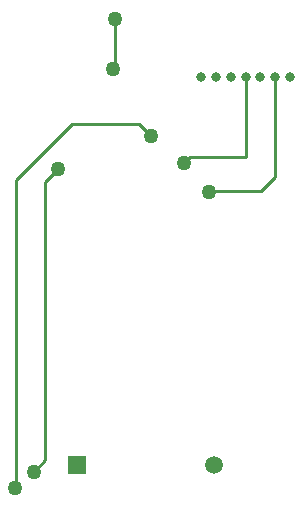
<source format=gbl>
G04 Layer_Physical_Order=2*
G04 Layer_Color=16711680*
%FSLAX25Y25*%
%MOIN*%
G70*
G01*
G75*
%ADD17C,0.01000*%
%ADD18R,0.05905X0.05905*%
%ADD19C,0.05905*%
%ADD20C,0.03150*%
%ADD21C,0.05000*%
D17*
X88800Y159400D02*
X89600Y160200D01*
Y176000D01*
X62400Y25200D02*
X66200Y29000D01*
X56400Y20000D02*
Y122400D01*
X56000Y19600D02*
X56400Y20000D01*
Y122400D02*
X75110Y141110D01*
X97520D01*
X66200Y121620D02*
X70480Y125900D01*
X66200Y29000D02*
Y121620D01*
X132953Y129921D02*
Y156858D01*
X97520Y141110D02*
X101575Y137055D01*
X114321Y129921D02*
X132953D01*
X112400Y128000D02*
X114321Y129921D01*
X138142Y118740D02*
X142753Y123351D01*
Y156858D01*
X121340Y118740D02*
X138142D01*
X120900Y118300D02*
X121340Y118740D01*
D18*
X76667Y27300D02*
D03*
D19*
X122533D02*
D03*
D20*
X147653Y156858D02*
D03*
X123153D02*
D03*
X128053D02*
D03*
X132953D02*
D03*
X137853D02*
D03*
X118253D02*
D03*
X142753D02*
D03*
D21*
X89600Y176000D02*
D03*
X88800Y159400D02*
D03*
X62400Y25200D02*
D03*
X56000Y19600D02*
D03*
X70480Y125900D02*
D03*
X101575Y137055D02*
D03*
X112400Y128000D02*
D03*
X120900Y118300D02*
D03*
M02*

</source>
